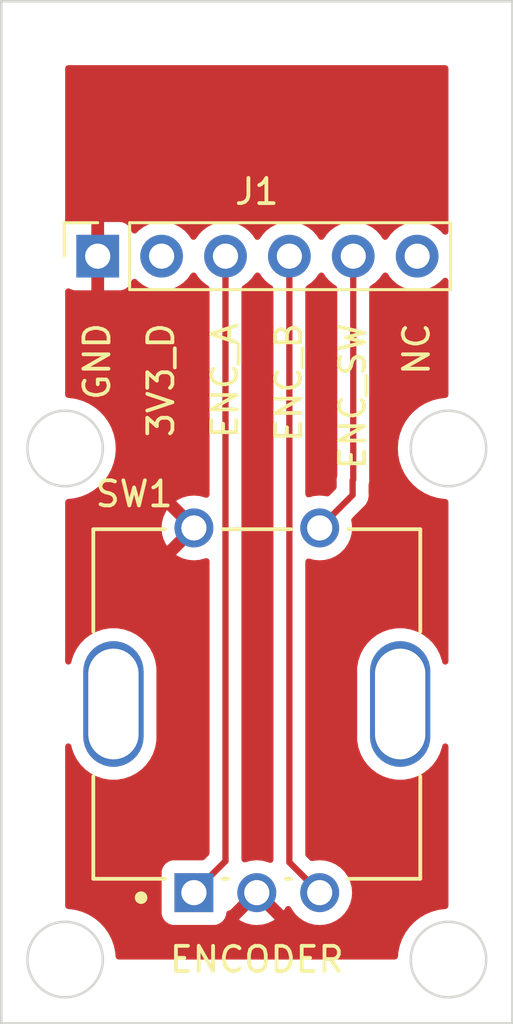
<source format=kicad_pcb>
(kicad_pcb (version 20211014) (generator pcbnew)
  (layers (0 "F.Cu" signal) (31 "B.Cu" signal) (34 "B.Paste" user) (35 "F.Paste" user) (36 "B.SilkS" user "B.Silkscreen") (37 "F.SilkS" user "F.Silkscreen") (38 "B.Mask" user) (39 "F.Mask" user) (44 "Edge.Cuts" user))
  (net 0 "")
  (net 1 "GND")
  (net 2 "3V3_D")
  (net 3 "ENC_A")
  (net 4 "ENC_B")
  (net 5 "ENC_SW")
  (footprint "Connector_PinSocket_2.54mm:PinSocket_1x06_P2.54mm_Vertical" (layer "F.Cu") (at 92.735 60.935 90)
    (fp_text reference "J1" (at 2.565 6.325 180) (layer "F.SilkS"))
    (fp_text value "Conn_01x06_Male")
    (fp_line (start -1.33 1.27) (end -1.33 14.03) (layer "F.SilkS") (width 0.12))
    (fp_line (start 1.33 1.27) (end 1.33 14.03) (layer "F.SilkS") (width 0.12))
    (fp_line (start -1.33 14.03) (end 1.33 14.03) (layer "F.SilkS") (width 0.12))
    (fp_line (start 1.33 -1.33) (end 1.33 0) (layer "F.SilkS") (width 0.12))
    (fp_line (start -1.33 1.27) (end 1.33 1.27) (layer "F.SilkS") (width 0.12))
    (fp_line (start 0 -1.33) (end 1.33 -1.33) (layer "F.SilkS") (width 0.12))
    (pad "1" thru_hole rect (at 0 0 90) (size 1.7 1.7) (drill 1) (layers *.Cu *.Mask) (net 1 "GND"))
    (pad "2" thru_hole oval (at 0 2.54 90) (size 1.7 1.7) (drill 1) (layers *.Cu *.Mask) (net 2 "3V3_D"))
    (pad "3" thru_hole oval (at 0 5.08 90) (size 1.7 1.7) (drill 1) (layers *.Cu *.Mask) (net 3 "ENC_A"))
    (pad "4" thru_hole oval (at 0 7.62 90) (size 1.7 1.7) (drill 1) (layers *.Cu *.Mask) (net 4 "ENC_B"))
    (pad "5" thru_hole oval (at 0 10.16 90) (size 1.7 1.7) (drill 1) (layers *.Cu *.Mask) (net 5 "ENC_SW"))
    (pad "6" thru_hole oval (at 0 12.7 90) (size 1.7 1.7) (drill 1) (layers *.Cu *.Mask))
  )
  (footprint "RotaryEncoder:Bourns-PEC11R-4220F-S0024-0-0-0" (layer "F.Cu") (at 99.06 78.74)
    (fp_text reference "SW1" (at -6.5 -8.35) (layer "F.SilkS") (effects (justify left)))
    (fp_text value "RotaryEncoder_Switch" hide)
    (fp_line (start -6.5 6.95) (end -3.65 6.95) (layer "F.SilkS") (width 0.15))
    (fp_line (start 6.5 -2.875) (end 6.5 -6.95) (layer "F.SilkS") (width 0.15))
    (fp_line (start -6.5 -2.875) (end -6.5 -6.95) (layer "F.SilkS") (width 0.15))
    (fp_line (start 3.65 -6.95) (end 6.5 -6.95) (layer "F.SilkS") (width 0.15))
    (fp_line (start -1.35 6.95) (end -1.15 6.95) (layer "F.SilkS") (width 0.15))
    (fp_line (start -6.5 6.95) (end -6.5 2.875) (layer "F.SilkS") (width 0.15))
    (fp_line (start 3.65 6.95) (end 6.5 6.95) (layer "F.SilkS") (width 0.15))
    (fp_line (start 1.15 6.95) (end 1.35 6.95) (layer "F.SilkS") (width 0.15))
    (fp_line (start -1.35 -6.95) (end 1.35 -6.95) (layer "F.SilkS") (width 0.15))
    (fp_line (start 6.5 6.95) (end 6.5 2.875) (layer "F.SilkS") (width 0.15))
    (fp_line (start -6.5 -6.95) (end -3.65 -6.95) (layer "F.SilkS") (width 0.15))
    (fp_circle (center -4.6 7.7) (end -4.475 7.7) (layer "F.SilkS") (width 0.25) (fill none))
    (pad "1" thru_hole circle (at -2.5 -7) (size 1.55 1.55) (drill 1) (layers *.Cu *.Mask) (net 1 "GND"))
    (pad "2" thru_hole circle (at 2.5 -7) (size 1.55 1.55) (drill 1) (layers *.Cu *.Mask) (net 5 "ENC_SW"))
    (pad "3" thru_hole roundrect (at -5.7 0) (size 2.4 5) (drill oval 2 4.4) (layers *.Cu *.Mask) (roundrect_rratio 0.5))
    (pad "4" thru_hole roundrect (at 5.7 0) (size 2.4 5) (drill oval 2 4.4) (layers *.Cu *.Mask) (roundrect_rratio 0.5))
    (pad "A" thru_hole rect (at -2.5 7.5) (size 1.55 1.55) (drill 1) (layers *.Cu *.Mask) (net 3 "ENC_A"))
    (pad "B" thru_hole circle (at 2.5 7.5) (size 1.55 1.55) (drill 1) (layers *.Cu *.Mask) (net 4 "ENC_B"))
    (pad "C" thru_hole circle (at 0 7.5) (size 1.55 1.55) (drill 1) (layers *.Cu *.Mask) (net 1 "GND"))
  )
  (gr_circle (center 91.44 68.58) (end 92.94 68.58) (layer "Edge.Cuts") (width 0.1) (fill none))
  (gr_circle (center 106.68 88.9) (end 108.18 88.9) (layer "Edge.Cuts") (width 0.1) (fill none))
  (gr_circle (center 91.44 88.9) (end 92.94 88.9) (layer "Edge.Cuts") (width 0.1) (fill none))
  (gr_circle (center 106.68 68.58) (end 108.18 68.58) (layer "Edge.Cuts") (width 0.1) (fill none))
  (gr_rect (start 88.9 50.8) (end 109.22 91.44) (layer "Edge.Cuts") (width 0.1) (fill none))
  (gr_text "ENC_A" (at 97.79 63.5 90) (layer "F.SilkS") (effects (font (size 1 1)) (justify right)))
  (gr_text "NC" (at 105.41 63.5 90) (layer "F.SilkS") (effects (font (size 1 1)) (justify right)))
  (gr_text "ENCODER" (at 99.06 88.9) (layer "F.SilkS") (effects (font (size 1 1))))
  (gr_text "GND" (at 92.71 63.5 90) (layer "F.SilkS") (effects (font (size 1 1)) (justify right)))
  (gr_text "3V3_D" (at 95.25 63.5 90) (layer "F.SilkS") (effects (font (size 1 1)) (justify right)))
  (gr_text "ENC_SW" (at 102.87 63.5 90) (layer "F.SilkS") (effects (font (size 1 1)) (justify right)))
  (gr_text "ENC_B" (at 100.33 63.5 90) (layer "F.SilkS") (effects (font (size 1 1)) (justify right)))
  (segment (start 97.815 84.985) (end 96.56 86.24) (width 0.25) (layer "F.Cu") (net 3))
  (segment (start 97.815 60.985) (end 97.815 84.985) (width 0.25) (layer "F.Cu") (net 3))
  (segment (start 100.355 85.035) (end 101.56 86.24) (width 0.25) (layer "F.Cu") (net 4))
  (segment (start 100.355 60.985) (end 100.355 85.035) (width 0.25) (layer "F.Cu") (net 4))
  (segment (start 102.87 70.43) (end 101.56 71.74) (width 0.25) (layer "F.Cu") (net 5))
  (segment (start 102.87 69.85) (end 102.87 70.43) (width 0.25) (layer "F.Cu") (net 5))
  (segment (start 102.895 69.825) (end 102.87 69.85) (width 0.25) (layer "F.Cu") (net 5))
  (segment (start 102.895 60.985) (end 102.895 69.825) (width 0.25) (layer "F.Cu") (net 5))
  (zone (net 1) (net_name "GND") (layer "F.Cu") (connect_pads (clearance 0.508)) (min_thickness 0.254) (fill yes (thermal_gap 0.508) (thermal_bridge_width 0.508) (island_removal_mode 2) (island_area_min 2))
    (polygon (pts (xy 106.68 88.9) (xy 91.44 88.9) (xy 91.44 53.34) (xy 106.68 53.34)))
  )
)
</source>
